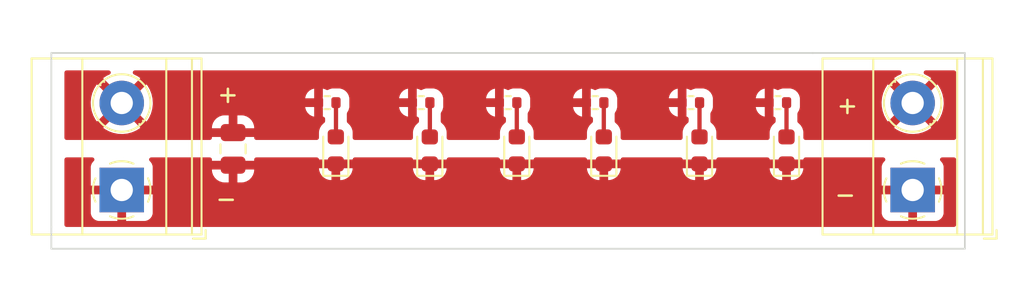
<source format=kicad_pcb>
(kicad_pcb (version 20211014) (generator pcbnew)
  (layers (0 "F.Cu" signal) (31 "B.Cu" signal) (34 "B.Paste" user) (35 "F.Paste" user) (36 "B.SilkS" user "B.Silkscreen") (37 "F.SilkS" user "F.Silkscreen") (38 "B.Mask" user) (39 "F.Mask" user) (44 "Edge.Cuts" user))
  (net 0 "")
  (net 1 "GNDREF")
  (net 2 "+5V")
  (net 3 "Net-(D1-Pad2)")
  (net 4 "Net-(D2-Pad2)")
  (net 5 "Net-(D3-Pad2)")
  (net 6 "Net-(D4-Pad2)")
  (net 7 "Net-(D5-Pad2)")
  (net 8 "Net-(D6-Pad2)")
  (footprint "Resistor_SMD:R_0402_1005Metric" (layer "F.Cu") (at 129.542 91.8 180)
    (fp_text reference "R4")
    (fp_text value "220 1/16W")
    (fp_line (start -0.153641 -0.38) (end 0.153641 -0.38) (layer "F.SilkS") (width 0.12))
    (fp_line (start -0.153641 0.38) (end 0.153641 0.38) (layer "F.SilkS") (width 0.12))
    (pad "1" smd roundrect (at -0.51 0 180) (size 0.54 0.64) (layers "F.Cu" "F.Paste" "F.Mask") (net 6 "Net-(D4-Pad2)"))
    (pad "2" smd roundrect (at 0.51 0 180) (size 0.54 0.64) (layers "F.Cu" "F.Paste" "F.Mask") (net 2 "+5V"))
  )
  (footprint "Resistor_SMD:R_0402_1005Metric" (layer "F.Cu") (at 113.9 91.8 180)
    (fp_text reference "R1")
    (fp_text value "220 1/16W")
    (fp_line (start -0.153641 0.38) (end 0.153641 0.38) (layer "F.SilkS") (width 0.12))
    (fp_line (start -0.153641 -0.38) (end 0.153641 -0.38) (layer "F.SilkS") (width 0.12))
    (pad "1" smd roundrect (at -0.51 0 180) (size 0.54 0.64) (layers "F.Cu" "F.Paste" "F.Mask") (net 3 "Net-(D1-Pad2)"))
    (pad "2" smd roundrect (at 0.51 0 180) (size 0.54 0.64) (layers "F.Cu" "F.Paste" "F.Mask") (net 2 "+5V"))
  )
  (footprint "Resistor_SMD:R_0402_1005Metric" (layer "F.Cu") (at 124.46 91.8 180)
    (fp_text reference "R3")
    (fp_text value "220 1/16W")
    (fp_line (start -0.153641 0.38) (end 0.153641 0.38) (layer "F.SilkS") (width 0.12))
    (fp_line (start -0.153641 -0.38) (end 0.153641 -0.38) (layer "F.SilkS") (width 0.12))
    (pad "1" smd roundrect (at -0.51 0 180) (size 0.54 0.64) (layers "F.Cu" "F.Paste" "F.Mask") (net 5 "Net-(D3-Pad2)"))
    (pad "2" smd roundrect (at 0.51 0 180) (size 0.54 0.64) (layers "F.Cu" "F.Paste" "F.Mask") (net 2 "+5V"))
  )
  (footprint "LED_SMD:LED_0603_1608Metric" (layer "F.Cu") (at 119.888 94.5895 90)
    (fp_text reference "D2")
    (fp_text value "LED White")
    (fp_line (start -1.485 0.735) (end 0.8 0.735) (layer "F.SilkS") (width 0.12))
    (fp_line (start -1.485 -0.735) (end -1.485 0.735) (layer "F.SilkS") (width 0.12))
    (fp_line (start 0.8 -0.735) (end -1.485 -0.735) (layer "F.SilkS") (width 0.12))
    (pad "1" smd roundrect (at -0.7875 0 90) (size 0.875 0.95) (layers "F.Cu" "F.Paste" "F.Mask") (net 1 "GNDREF"))
    (pad "2" smd roundrect (at 0.7875 0 90) (size 0.875 0.95) (layers "F.Cu" "F.Paste" "F.Mask") (net 4 "Net-(D2-Pad2)"))
  )
  (footprint "Capacitor_SMD:C_0805_2012Metric" (layer "F.Cu") (at 108.4 94.5 90)
    (fp_text reference "C1")
    (fp_text value "1u 50V")
    (fp_line (start -0.261252 -0.735) (end 0.261252 -0.735) (layer "F.SilkS") (width 0.12))
    (fp_line (start -0.261252 0.735) (end 0.261252 0.735) (layer "F.SilkS") (width 0.12))
    (pad "1" smd roundrect (at -0.95 0 90) (size 1 1.45) (layers "F.Cu" "F.Paste" "F.Mask") (net 1 "GNDREF"))
    (pad "2" smd roundrect (at 0.95 0 90) (size 1 1.45) (layers "F.Cu" "F.Paste" "F.Mask") (net 2 "+5V"))
  )
  (footprint "LED_SMD:LED_0603_1608Metric" (layer "F.Cu") (at 135.636 94.5875 90)
    (fp_text reference "D5")
    (fp_text value "LED White")
    (fp_line (start 0.8 -0.735) (end -1.485 -0.735) (layer "F.SilkS") (width 0.12))
    (fp_line (start -1.485 0.735) (end 0.8 0.735) (layer "F.SilkS") (width 0.12))
    (fp_line (start -1.485 -0.735) (end -1.485 0.735) (layer "F.SilkS") (width 0.12))
    (pad "1" smd roundrect (at -0.7875 0 90) (size 0.875 0.95) (layers "F.Cu" "F.Paste" "F.Mask") (net 1 "GNDREF"))
    (pad "2" smd roundrect (at 0.7875 0 90) (size 0.875 0.95) (layers "F.Cu" "F.Paste" "F.Mask") (net 7 "Net-(D5-Pad2)"))
  )
  (footprint "TerminalBlock_Phoenix:TerminalBlock_Phoenix_MKDS-1,5-2-5.08_1x02_P5.08mm_Horizontal" (layer "F.Cu") (at 148.082 96.9 90)
    (fp_text reference "J2")
    (fp_text value "Screw_Terminal_01x02")
    (fp_line (start -2.84 4.9) (end -2.34 4.9) (layer "F.SilkS") (width 0.12))
    (fp_line (start -2.6 2.6) (end 7.68 2.6) (layer "F.SilkS") (width 0.12))
    (fp_line (start -2.6 -5.261) (end -2.6 4.66) (layer "F.SilkS") (width 0.12))
    (fp_line (start -2.6 -5.261) (end 7.68 -5.261) (layer "F.SilkS") (width 0.12))
    (fp_line (start 4.046 1.239) (end 4.011 1.274) (layer "F.SilkS") (width 0.12))
    (fp_line (start -2.6 -2.301) (end 7.68 -2.301) (layer "F.SilkS") (width 0.12))
    (fp_line (start 6.355 -1.069) (end 6.308 -1.023) (layer "F.SilkS") (width 0.12))
    (fp_line (start 7.68 -5.261) (end 7.68 4.66) (layer "F.SilkS") (width 0.12))
    (fp_line (start -2.6 4.1) (end 7.68 4.1) (layer "F.SilkS") (width 0.12))
    (fp_line (start -2.84 4.16) (end -2.84 4.9) (layer "F.SilkS") (width 0.12))
    (fp_line (start -2.6 4.66) (end 7.68 4.66) (layer "F.SilkS") (width 0.12))
    (fp_line (start 3.853 1.023) (end 3.806 1.069) (layer "F.SilkS") (width 0.12))
    (fp_line (start 6.15 -1.275) (end 6.115 -1.239) (layer "F.SilkS") (width 0.12))
    (fp_arc (start -1.535427 0.683042) (mid -1.680501 -0.000524) (end -1.535 -0.684) (layer "F.SilkS") (width 0.12))
    (fp_arc (start 0.683318 1.534756) (mid 0.349292 1.643288) (end 0 1.68) (layer "F.SilkS") (width 0.12))
    (fp_arc (start 0.028805 1.680253) (mid -0.335551 1.646659) (end -0.684 1.535) (layer "F.SilkS") (width 0.12))
    (fp_arc (start 1.535427 -0.683042) (mid 1.680501 0.000524) (end 1.535 0.684) (layer "F.SilkS") (width 0.12))
    (fp_arc (start -0.683042 -1.535427) (mid 0.000524 -1.680501) (end 0.684 -1.535) (layer "F.SilkS") (width 0.12))
    (fp_circle (center 5.08 0) (end 6.76 0) (layer "F.SilkS") (width 0.12) (fill none))
    (pad "1" thru_hole rect (at 0 0 90) (size 2.6 2.6) (drill 1.3) (layers *.Cu *.Mask) (net 1 "GNDREF"))
    (pad "2" thru_hole circle (at 5.08 0 90) (size 2.6 2.6) (drill 1.3) (layers *.Cu *.Mask) (net 2 "+5V"))
  )
  (footprint "LED_SMD:LED_0603_1608Metric" (layer "F.Cu") (at 114.4 94.5875 90)
    (fp_text reference "D1")
    (fp_text value "LED White")
    (fp_line (start 0.8 -0.735) (end -1.485 -0.735) (layer "F.SilkS") (width 0.12))
    (fp_line (start -1.485 0.735) (end 0.8 0.735) (layer "F.SilkS") (width 0.12))
    (fp_line (start -1.485 -0.735) (end -1.485 0.735) (layer "F.SilkS") (width 0.12))
    (pad "1" smd roundrect (at -0.7875 0 90) (size 0.875 0.95) (layers "F.Cu" "F.Paste" "F.Mask") (net 1 "GNDREF"))
    (pad "2" smd roundrect (at 0.7875 0 90) (size 0.875 0.95) (layers "F.Cu" "F.Paste" "F.Mask") (net 3 "Net-(D1-Pad2)"))
  )
  (footprint "Resistor_SMD:R_0402_1005Metric" (layer "F.Cu") (at 140.21 91.8 180)
    (fp_text reference "R6")
    (fp_text value "220 1/16W")
    (fp_line (start -0.153641 0.38) (end 0.153641 0.38) (layer "F.SilkS") (width 0.12))
    (fp_line (start -0.153641 -0.38) (end 0.153641 -0.38) (layer "F.SilkS") (width 0.12))
    (pad "1" smd roundrect (at -0.51 0 180) (size 0.54 0.64) (layers "F.Cu" "F.Paste" "F.Mask") (net 8 "Net-(D6-Pad2)"))
    (pad "2" smd roundrect (at 0.51 0 180) (size 0.54 0.64) (layers "F.Cu" "F.Paste" "F.Mask") (net 2 "+5V"))
  )
  (footprint "Resistor_SMD:R_0402_1005Metric" (layer "F.Cu") (at 135.13 91.8 180)
    (fp_text reference "R5")
    (fp_text value "220 1/16W")
    (fp_line (start -0.153641 0.38) (end 0.153641 0.38) (layer "F.SilkS") (width 0.12))
    (fp_line (start -0.153641 -0.38) (end 0.153641 -0.38) (layer "F.SilkS") (width 0.12))
    (pad "1" smd roundrect (at -0.51 0 180) (size 0.54 0.64) (layers "F.Cu" "F.Paste" "F.Mask") (net 7 "Net-(D5-Pad2)"))
    (pad "2" smd roundrect (at 0.51 0 180) (size 0.54 0.64) (layers "F.Cu" "F.Paste" "F.Mask") (net 2 "+5V"))
  )
  (footprint "LED_SMD:LED_0603_1608Metric" (layer "F.Cu") (at 140.716 94.5875 90)
    (fp_text reference "D6")
    (fp_text value "LED White")
    (fp_line (start -1.485 0.735) (end 0.8 0.735) (layer "F.SilkS") (width 0.12))
    (fp_line (start 0.8 -0.735) (end -1.485 -0.735) (layer "F.SilkS") (width 0.12))
    (fp_line (start -1.485 -0.735) (end -1.485 0.735) (layer "F.SilkS") (width 0.12))
    (pad "1" smd roundrect (at -0.7875 0 90) (size 0.875 0.95) (layers "F.Cu" "F.Paste" "F.Mask") (net 1 "GNDREF"))
    (pad "2" smd roundrect (at 0.7875 0 90) (size 0.875 0.95) (layers "F.Cu" "F.Paste" "F.Mask") (net 8 "Net-(D6-Pad2)"))
  )
  (footprint "LED_SMD:LED_0603_1608Metric" (layer "F.Cu") (at 130.048 94.5875 90)
    (fp_text reference "D4")
    (fp_text value "LED White")
    (fp_line (start 0.8 -0.735) (end -1.485 -0.735) (layer "F.SilkS") (width 0.12))
    (fp_line (start -1.485 0.735) (end 0.8 0.735) (layer "F.SilkS") (width 0.12))
    (fp_line (start -1.485 -0.735) (end -1.485 0.735) (layer "F.SilkS") (width 0.12))
    (pad "1" smd roundrect (at -0.7875 0 90) (size 0.875 0.95) (layers "F.Cu" "F.Paste" "F.Mask") (net 1 "GNDREF"))
    (pad "2" smd roundrect (at 0.7875 0 90) (size 0.875 0.95) (layers "F.Cu" "F.Paste" "F.Mask") (net 6 "Net-(D4-Pad2)"))
  )
  (footprint "LED_SMD:LED_0603_1608Metric" (layer "F.Cu") (at 124.968 94.5875 90)
    (fp_text reference "D3")
    (fp_text value "LED White")
    (fp_line (start -1.485 -0.735) (end -1.485 0.735) (layer "F.SilkS") (width 0.12))
    (fp_line (start -1.485 0.735) (end 0.8 0.735) (layer "F.SilkS") (width 0.12))
    (fp_line (start 0.8 -0.735) (end -1.485 -0.735) (layer "F.SilkS") (width 0.12))
    (pad "1" smd roundrect (at -0.7875 0 90) (size 0.875 0.95) (layers "F.Cu" "F.Paste" "F.Mask") (net 1 "GNDREF"))
    (pad "2" smd roundrect (at 0.7875 0 90) (size 0.875 0.95) (layers "F.Cu" "F.Paste" "F.Mask") (net 5 "Net-(D3-Pad2)"))
  )
  (footprint "TerminalBlock_Phoenix:TerminalBlock_Phoenix_MKDS-1,5-2-5.08_1x02_P5.08mm_Horizontal" (layer "F.Cu") (at 101.9 96.9 90)
    (fp_text reference "J1")
    (fp_text value "Screw_Terminal_01x02")
    (fp_line (start -2.6 4.1) (end 7.68 4.1) (layer "F.SilkS") (width 0.12))
    (fp_line (start 6.355 -1.069) (end 6.308 -1.023) (layer "F.SilkS") (width 0.12))
    (fp_line (start 4.046 1.239) (end 4.011 1.274) (layer "F.SilkS") (width 0.12))
    (fp_line (start -2.84 4.16) (end -2.84 4.9) (layer "F.SilkS") (width 0.12))
    (fp_line (start -2.6 -2.301) (end 7.68 -2.301) (layer "F.SilkS") (width 0.12))
    (fp_line (start -2.6 2.6) (end 7.68 2.6) (layer "F.SilkS") (width 0.12))
    (fp_line (start 6.15 -1.275) (end 6.115 -1.239) (layer "F.SilkS") (width 0.12))
    (fp_line (start 3.853 1.023) (end 3.806 1.069) (layer "F.SilkS") (width 0.12))
    (fp_line (start 7.68 -5.261) (end 7.68 4.66) (layer "F.SilkS") (width 0.12))
    (fp_line (start -2.6 -5.261) (end -2.6 4.66) (layer "F.SilkS") (width 0.12))
    (fp_line (start -2.6 4.66) (end 7.68 4.66) (layer "F.SilkS") (width 0.12))
    (fp_line (start -2.84 4.9) (end -2.34 4.9) (layer "F.SilkS") (width 0.12))
    (fp_line (start -2.6 -5.261) (end 7.68 -5.261) (layer "F.SilkS") (width 0.12))
    (fp_arc (start -1.535427 0.683042) (mid -1.680501 -0.000524) (end -1.535 -0.684) (layer "F.SilkS") (width 0.12))
    (fp_arc (start -0.683042 -1.535427) (mid 0.000524 -1.680501) (end 0.684 -1.535) (layer "F.SilkS") (width 0.12))
    (fp_arc (start 0.028805 1.680253) (mid -0.335551 1.646659) (end -0.684 1.535) (layer "F.SilkS") (width 0.12))
    (fp_arc (start 1.535427 -0.683042) (mid 1.680501 0.000524) (end 1.535 0.684) (layer "F.SilkS") (width 0.12))
    (fp_arc (start 0.683318 1.534756) (mid 0.349292 1.643288) (end 0 1.68) (layer "F.SilkS") (width 0.12))
    (fp_circle (center 5.08 0) (end 6.76 0) (layer "F.SilkS") (width 0.12) (fill none))
    (pad "1" thru_hole rect (at 0 0 90) (size 2.6 2.6) (drill 1.3) (layers *.Cu *.Mask) (net 1 "GNDREF"))
    (pad "2" thru_hole circle (at 5.08 0 90) (size 2.6 2.6) (drill 1.3) (layers *.Cu *.Mask) (net 2 "+5V"))
  )
  (footprint "Resistor_SMD:R_0402_1005Metric" (layer "F.Cu") (at 119.382 91.8 180)
    (fp_text reference "R2")
    (fp_text value "220 1/16W")
    (fp_line (start -0.153641 -0.38) (end 0.153641 -0.38) (layer "F.SilkS") (width 0.12))
    (fp_line (start -0.153641 0.38) (end 0.153641 0.38) (layer "F.SilkS") (width 0.12))
    (pad "1" smd roundrect (at -0.51 0 180) (size 0.54 0.64) (layers "F.Cu" "F.Paste" "F.Mask") (net 4 "Net-(D2-Pad2)"))
    (pad "2" smd roundrect (at 0.51 0 180) (size 0.54 0.64) (layers "F.Cu" "F.Paste" "F.Mask") (net 2 "+5V"))
  )
  (gr_line (start 142.24 88.9) (end 151.13 88.9) (layer "Edge.Cuts") (width 0.1))
  (gr_line (start 97.79 88.9) (end 142.24 88.9) (layer "Edge.Cuts") (width 0.1))
  (gr_line (start 151.13 88.9) (end 151.13 100.33) (layer "Edge.Cuts") (width 0.1))
  (gr_line (start 151.13 100.33) (end 97.79 100.33) (layer "Edge.Cuts") (width 0.1))
  (gr_line (start 97.79 100.33) (end 97.79 99.06) (layer "Edge.Cuts") (width 0.1))
  (gr_line (start 97.79 88.9) (end 97.79 99.06) (layer "Edge.Cuts") (width 0.1))
  (gr_text "+" (at 108.1 91.3) (layer "F.SilkS") (effects (font (size 1 1))))
  (gr_text "+" (at 144.272 91.948) (layer "F.SilkS") (effects (font (size 1 1))))
  (gr_text "-" (at 144.145 97.155) (layer "F.SilkS") (effects (font (size 1 1))))
  (gr_text "-" (at 108 97.4) (layer "F.SilkS") (effects (font (size 1 1))))
  (segment (start 114.325 95.45) (end 114.4 95.375) (width 0.25) (layer "F.Cu") (net 1))
  (segment (start 114.41 93.79) (end 114.4 93.8) (width 0.25) (layer "F.Cu") (net 3))
  (segment (start 114.41 91.8) (end 114.41 93.79) (width 0.25) (layer "F.Cu") (net 3))
  (segment (start 119.892 93.798) (end 119.888 93.802) (width 0.25) (layer "F.Cu") (net 4))
  (segment (start 119.892 91.8) (end 119.892 93.798) (width 0.25) (layer "F.Cu") (net 4))
  (segment (start 124.968 93.8) (end 124.968 91.802) (width 0.25) (layer "F.Cu") (net 5))
  (segment (start 124.968 91.802) (end 124.97 91.8) (width 0.25) (layer "F.Cu") (net 5))
  (segment (start 130.048 93.8) (end 130.048 91.804) (width 0.25) (layer "F.Cu") (net 6))
  (segment (start 130.048 91.804) (end 130.052 91.8) (width 0.25) (layer "F.Cu") (net 6))
  (segment (start 135.636 91.804) (end 135.64 91.8) (width 0.25) (layer "F.Cu") (net 7))
  (segment (start 135.636 93.8) (end 135.636 91.804) (width 0.25) (layer "F.Cu") (net 7))
  (segment (start 140.716 91.804) (end 140.72 91.8) (width 0.25) (layer "F.Cu") (net 8))
  (segment (start 140.716 93.8) (end 140.716 91.804) (width 0.25) (layer "F.Cu") (net 8))
  (zone (net 1) (net_name "GNDREF") (layer "F.Cu") (connect_pads (clearance 0.508)) (min_thickness 0.254) (fill yes (thermal_gap 0.508) (thermal_bridge_width 0.508))
    (polygon (pts (xy 150.622 99.06) (xy 98.552 99.06) (xy 98.552 94.996) (xy 150.622 94.996)))
  )
  (zone (net 2) (net_name "+5V") (layer "F.Cu") (connect_pads (clearance 0.508)) (min_thickness 0.254) (fill yes (thermal_gap 0.508) (thermal_bridge_width 0.508))
    (polygon (pts (xy 150.622 93.98) (xy 98.552 93.98) (xy 98.552 89.916) (xy 150.622 89.916)))
  )
)
</source>
